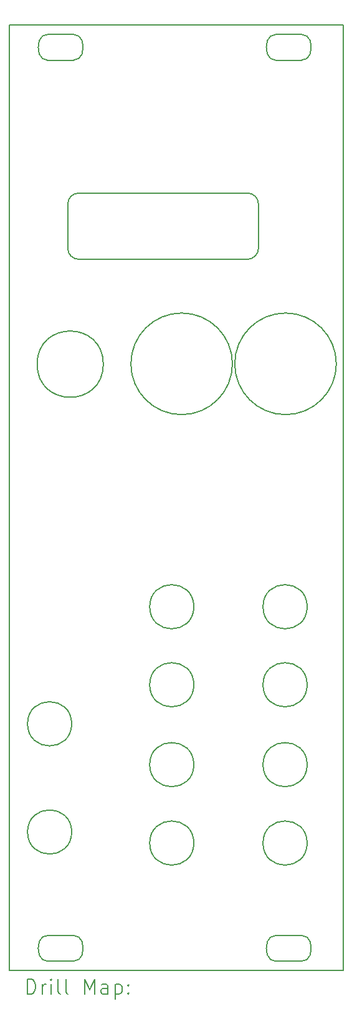
<source format=gbr>
%TF.GenerationSoftware,KiCad,Pcbnew,(6.0.7-1)-1*%
%TF.CreationDate,2022-11-17T19:45:33+01:00*%
%TF.ProjectId,LittleBenPanelv2,4c697474-6c65-4426-956e-50616e656c76,rev?*%
%TF.SameCoordinates,Original*%
%TF.FileFunction,Drillmap*%
%TF.FilePolarity,Positive*%
%FSLAX45Y45*%
G04 Gerber Fmt 4.5, Leading zero omitted, Abs format (unit mm)*
G04 Created by KiCad (PCBNEW (6.0.7-1)-1) date 2022-11-17 19:45:33*
%MOMM*%
%LPD*%
G01*
G04 APERTURE LIST*
%ADD10C,0.200000*%
G04 APERTURE END LIST*
D10*
X3726613Y-2674677D02*
X4079813Y-2674677D01*
X3612015Y-2590377D02*
G75*
G03*
X3726613Y-2674677I114565J35697D01*
G01*
X6712015Y-14830376D02*
G75*
G03*
X6826613Y-14914677I114565J35697D01*
G01*
X4079813Y-2324677D02*
X3726613Y-2324677D01*
X7179813Y-2674675D02*
G75*
G03*
X7294413Y-2590377I37J119995D01*
G01*
X4079813Y-14564677D02*
X3726613Y-14564677D01*
X6712015Y-2408978D02*
G75*
G03*
X6712013Y-2590377I291195J-90702D01*
G01*
X4194413Y-2590377D02*
G75*
G03*
X4194413Y-2408977I-291200J90700D01*
G01*
X6826613Y-2324679D02*
G75*
G03*
X6712013Y-2408977I-33J-120001D01*
G01*
X7253213Y-12244677D02*
G75*
G03*
X7253213Y-12244677I-300000J0D01*
G01*
X4079813Y-2674675D02*
G75*
G03*
X4194413Y-2590377I37J119995D01*
G01*
X3999663Y-5229677D02*
G75*
G03*
X4149663Y-5379677I149997J-3D01*
G01*
X6441563Y-4479677D02*
X4149663Y-4479677D01*
X3612013Y-14648977D02*
G75*
G03*
X3612013Y-14830377I291201J-90700D01*
G01*
X4194418Y-2408975D02*
G75*
G03*
X4079813Y-2324677I-114568J-35705D01*
G01*
X5713213Y-10099677D02*
G75*
G03*
X5713213Y-10099677I-300000J0D01*
G01*
X7253213Y-10099677D02*
G75*
G03*
X7253213Y-10099677I-300000J0D01*
G01*
X3726613Y-2324679D02*
G75*
G03*
X3612013Y-2408977I-33J-120001D01*
G01*
X3612015Y-14830376D02*
G75*
G03*
X3726613Y-14914677I114565J35697D01*
G01*
X4483213Y-6804277D02*
G75*
G03*
X4483213Y-6804277I-450000J0D01*
G01*
X7294414Y-2590378D02*
G75*
G03*
X7294413Y-2408977I-291205J90698D01*
G01*
X7179813Y-14564677D02*
X6826613Y-14564677D01*
X6712015Y-2590377D02*
G75*
G03*
X6826613Y-2674677I114565J35697D01*
G01*
X7179813Y-2324677D02*
X6826613Y-2324677D01*
X4053213Y-13159677D02*
G75*
G03*
X4053213Y-13159677I-300000J0D01*
G01*
X6591563Y-4629677D02*
G75*
G03*
X6441563Y-4479677I-150003J-3D01*
G01*
X3999663Y-4629677D02*
X3999663Y-5229677D01*
X6826613Y-14914677D02*
X7179813Y-14914677D01*
X5713213Y-12244677D02*
G75*
G03*
X5713213Y-12244677I-300000J0D01*
G01*
X4194418Y-14648975D02*
G75*
G03*
X4079813Y-14564677I-114568J-35705D01*
G01*
X4194413Y-14830377D02*
G75*
G03*
X4194413Y-14648977I-291200J90700D01*
G01*
X6441563Y-5379673D02*
G75*
G03*
X6591563Y-5229677I7J149993D01*
G01*
X3726613Y-14564679D02*
G75*
G03*
X3612013Y-14648977I-33J-120001D01*
G01*
X6591563Y-5229677D02*
X6591563Y-4629677D01*
X4079813Y-14914675D02*
G75*
G03*
X4194413Y-14830377I37J119995D01*
G01*
X3203213Y-2199677D02*
X7741213Y-2199677D01*
X3726613Y-14914677D02*
X4079813Y-14914677D01*
X7294418Y-2408975D02*
G75*
G03*
X7179813Y-2324677I-114568J-35705D01*
G01*
X6826613Y-2674677D02*
X7179813Y-2674677D01*
X3612013Y-2408977D02*
G75*
G03*
X3612013Y-2590377I291201J-90700D01*
G01*
X3203213Y-15039677D02*
X3203213Y-2199677D01*
X4053213Y-11689677D02*
G75*
G03*
X4053213Y-11689677I-300000J0D01*
G01*
X7179813Y-14914675D02*
G75*
G03*
X7294413Y-14830377I37J119995D01*
G01*
X6826613Y-14564679D02*
G75*
G03*
X6712013Y-14648977I-33J-120001D01*
G01*
X7253213Y-13309677D02*
G75*
G03*
X7253213Y-13309677I-300000J0D01*
G01*
X5713213Y-11159677D02*
G75*
G03*
X5713213Y-11159677I-300000J0D01*
G01*
X7741213Y-15039677D02*
X3203213Y-15039677D01*
X7294414Y-14830378D02*
G75*
G03*
X7294413Y-14648977I-291205J90698D01*
G01*
X7741213Y-2199677D02*
X7741213Y-15039677D01*
X6712015Y-14648978D02*
G75*
G03*
X6712013Y-14830377I291195J-90702D01*
G01*
X6237913Y-6799677D02*
G75*
G03*
X6237913Y-6799677I-690000J0D01*
G01*
X7294418Y-14648975D02*
G75*
G03*
X7179813Y-14564677I-114568J-35705D01*
G01*
X5713213Y-13309677D02*
G75*
G03*
X5713213Y-13309677I-300000J0D01*
G01*
X7649513Y-6799677D02*
G75*
G03*
X7649513Y-6799677I-690000J0D01*
G01*
X4149663Y-4479677D02*
G75*
G03*
X3999663Y-4629677I7J-150007D01*
G01*
X7253213Y-11159677D02*
G75*
G03*
X7253213Y-11159677I-300000J0D01*
G01*
X4149663Y-5379677D02*
X6441563Y-5379677D01*
X3450832Y-15360153D02*
X3450832Y-15160153D01*
X3498451Y-15160153D01*
X3527022Y-15169677D01*
X3546070Y-15188725D01*
X3555594Y-15207772D01*
X3565118Y-15245867D01*
X3565118Y-15274439D01*
X3555594Y-15312534D01*
X3546070Y-15331582D01*
X3527022Y-15350629D01*
X3498451Y-15360153D01*
X3450832Y-15360153D01*
X3650832Y-15360153D02*
X3650832Y-15226820D01*
X3650832Y-15264915D02*
X3660356Y-15245867D01*
X3669880Y-15236344D01*
X3688927Y-15226820D01*
X3707975Y-15226820D01*
X3774641Y-15360153D02*
X3774641Y-15226820D01*
X3774641Y-15160153D02*
X3765118Y-15169677D01*
X3774641Y-15179201D01*
X3784165Y-15169677D01*
X3774641Y-15160153D01*
X3774641Y-15179201D01*
X3898451Y-15360153D02*
X3879403Y-15350629D01*
X3869880Y-15331582D01*
X3869880Y-15160153D01*
X4003213Y-15360153D02*
X3984165Y-15350629D01*
X3974641Y-15331582D01*
X3974641Y-15160153D01*
X4231784Y-15360153D02*
X4231784Y-15160153D01*
X4298451Y-15303010D01*
X4365118Y-15160153D01*
X4365118Y-15360153D01*
X4546070Y-15360153D02*
X4546070Y-15255391D01*
X4536546Y-15236344D01*
X4517499Y-15226820D01*
X4479403Y-15226820D01*
X4460356Y-15236344D01*
X4546070Y-15350629D02*
X4527023Y-15360153D01*
X4479403Y-15360153D01*
X4460356Y-15350629D01*
X4450832Y-15331582D01*
X4450832Y-15312534D01*
X4460356Y-15293486D01*
X4479403Y-15283963D01*
X4527023Y-15283963D01*
X4546070Y-15274439D01*
X4641308Y-15226820D02*
X4641308Y-15426820D01*
X4641308Y-15236344D02*
X4660356Y-15226820D01*
X4698451Y-15226820D01*
X4717499Y-15236344D01*
X4727023Y-15245867D01*
X4736546Y-15264915D01*
X4736546Y-15322058D01*
X4727023Y-15341105D01*
X4717499Y-15350629D01*
X4698451Y-15360153D01*
X4660356Y-15360153D01*
X4641308Y-15350629D01*
X4822261Y-15341105D02*
X4831784Y-15350629D01*
X4822261Y-15360153D01*
X4812737Y-15350629D01*
X4822261Y-15341105D01*
X4822261Y-15360153D01*
X4822261Y-15236344D02*
X4831784Y-15245867D01*
X4822261Y-15255391D01*
X4812737Y-15245867D01*
X4822261Y-15236344D01*
X4822261Y-15255391D01*
M02*

</source>
